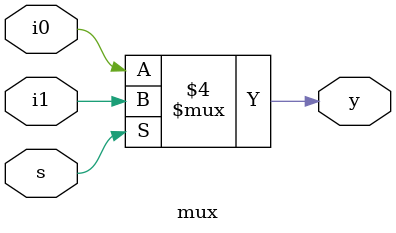
<source format=v>
module mux
(
  output reg   y  ,
  input  wire  s  ,
  input  wire  i1 ,
  input  wire  i0 
) ;

  always @ ( s or i1 or i0 )
    if ( s == 1 )
      y = i1 ;
    else
      y = i0 ;

endmodule

</source>
